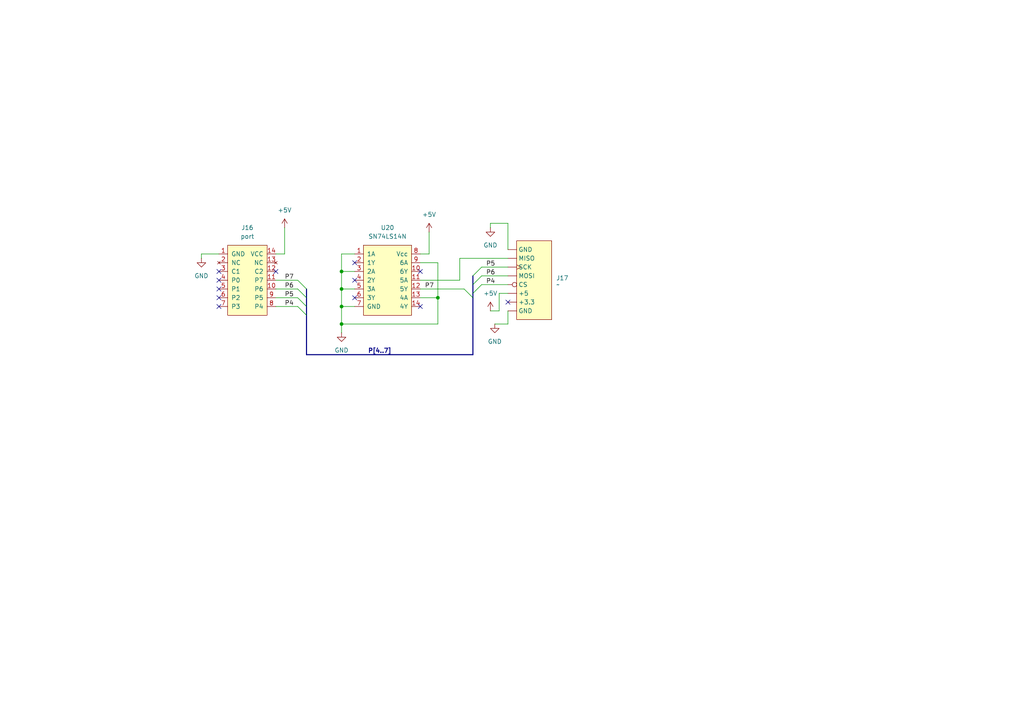
<source format=kicad_sch>
(kicad_sch (version 20250114) (generator "eeschema") (generator_version "9.0")
  (paper "A4")
  (title_block (title "SD card bit banging adapter"))
  (lib_symbols
    (symbol "6502:SDconnector"
      (property "Reference" "J" (at -0.508 13.462 0))
      (symbol "SDconnector_1_1"
        (rectangle (start -5.08 11.43) (end 5.08 -11.43) (fill (type background)))
        (pin power_in line (at -7.62 8.89 0) (length 2.54) (name "GND") (number ""))
        (pin output line (at -7.62 6.35 0) (length 2.54) (name "MISO") (number ""))
        (pin input clock (at -7.62 3.81 0) (length 2.54) (name "SCK") (number ""))
        (pin input line (at -7.62 1.27 0) (length 2.54) (name "MOSI") (number ""))
        (pin input inverted (at -7.62 -1.27 0) (length 2.54) (name "CS") (number ""))
        (pin power_in line (at -7.62 -3.81 0) (length 2.54) (name "+5") (number ""))
        (pin power_in line (at -7.62 -6.35 0) (length 2.54) (name "+3.3") (number ""))
        (pin power_in line (at -7.62 -8.89 0) (length 2.54) (name "GND") (number ""))
      )
    )
    (symbol "6502:SN74LS14N" (pin_names (offset 0.9906))
      (property "Reference" "U" (at -3.81 12.7 0))
      (property "Value" "SN74LS14N" (at 0 0 90))
      (symbol "SN74LS14N_0_1"
        (rectangle (start 6.35 -10.16) (end -7.62 10.16) (fill (type background)))
      )
      (symbol "SN74LS14N_1_1"
        (pin input line (at -10.16 7.62 0) (length 2.54) (name "1A") (number "1"))
        (pin output line (at -10.16 5.08 0) (length 2.54) (name "1Y") (number "2"))
        (pin input line (at -10.16 2.54 0) (length 2.54) (name "2A") (number "3"))
        (pin output line (at -10.16 0 0) (length 2.54) (name "2Y") (number "4"))
        (pin input line (at -10.16 -2.54 0) (length 2.54) (name "3A") (number "5"))
        (pin output line (at -10.16 -5.08 0) (length 2.54) (name "3Y") (number "6"))
        (pin power_in line (at -10.16 -7.62 0) (length 2.54) (name "GND") (number "7"))
        (pin power_in line (at 8.89 7.62 180) (length 2.54) (name "Vcc") (number "8"))
        (pin input line (at 8.89 5.08 180) (length 2.54) (name "6A") (number "9"))
        (pin output line (at 8.89 2.54 180) (length 2.54) (name "6Y") (number "10"))
        (pin input line (at 8.89 0 180) (length 2.54) (name "5A") (number "11"))
        (pin output line (at 8.89 -2.54 180) (length 2.54) (name "5Y") (number "12"))
        (pin input line (at 8.89 -5.08 180) (length 2.54) (name "4A") (number "13"))
        (pin output line (at 8.89 -7.62 180) (length 2.54) (name "4Y") (number "14"))
      )
    )
    (symbol "6502:port" (pin_names (offset 1.016))
      (property "Reference" "J" (at 1.27 11.43 0))
      (property "Value" "port" (at -3.81 11.43 0))
      (symbol "port_0_1"
        (rectangle (start -6.35 10.16) (end 5.08 -10.16) (fill (type background)))
      )
      (symbol "port_1_1"
        (pin power_in line (at -8.89 7.62 0) (length 2.54) (name "GND") (number "1"))
        (pin no_connect line (at -8.89 5.08 0) (length 2.54) (name "NC") (number "2"))
        (pin passive line (at -8.89 2.54 0) (length 2.54) (name "C1") (number "3"))
        (pin passive line (at -8.89 0 0) (length 2.54) (name "P0") (number "4"))
        (pin passive line (at -8.89 -2.54 0) (length 2.54) (name "P1") (number "5"))
        (pin passive line (at -8.89 -5.08 0) (length 2.54) (name "P2") (number "6"))
        (pin passive line (at -8.89 -7.62 0) (length 2.54) (name "P3") (number "7"))
        (pin power_in line (at 7.62 7.62 180) (length 2.54) (name "VCC") (number "14"))
        (pin no_connect line (at 7.62 5.08 180) (length 2.54) (name "NC") (number "13"))
        (pin passive line (at 7.62 2.54 180) (length 2.54) (name "C2") (number "12"))
        (pin passive line (at 7.62 0 180) (length 2.54) (name "P7") (number "11"))
        (pin passive line (at 7.62 -2.54 180) (length 2.54) (name "P6") (number "10"))
        (pin passive line (at 7.62 -5.08 180) (length 2.54) (name "P5") (number "9"))
        (pin passive line (at 7.62 -7.62 180) (length 2.54) (name "P4") (number "8"))
      )
    )
    (symbol "power:+5V" (power) (pin_numbers (hide yes)) (pin_names (offset 0) (hide yes))
      (property "Value" "+5V" (at 0 3.556 0))
      (symbol "+5V_0_1"
        (polyline (pts (xy -0.762 1.27) (xy 0 2.54)))
        (polyline (pts (xy 0 2.54) (xy 0.762 1.27)))
        (polyline (pts (xy 0 0) (xy 0 2.54)))
      )
      (symbol "+5V_1_1"
        (pin power_in line (at 0 0 90) (length 0) (name "~") (number "1"))
      )
    )
    (symbol "power:GND" (power) (pin_numbers (hide yes)) (pin_names (offset 0) (hide yes))
      (property "Value" "GND" (at 0 -3.81 0))
      (symbol "GND_0_1"
        (polyline (pts (xy 0 0) (xy 0 -1.27) (xy 1.27 -1.27) (xy 0 -2.54) (xy -1.27 -1.27) (xy 0 -1.27)))
      )
      (symbol "GND_1_1"
        (pin power_in line (at 0 0 270) (length 0) (name "~") (number "1"))
      )
    )
  )
  (junction (at 99.06 88.9))
  (junction (at 127 86.36))
  (junction (at 99.06 93.98))
  (junction (at 99.06 83.82))
  (junction (at 99.06 78.74))
  (no_connect (at 63.5 86.36))
  (no_connect (at 80.01 78.74))
  (no_connect (at 147.32 87.63))
  (no_connect (at 63.5 78.74))
  (no_connect (at 63.5 83.82))
  (no_connect (at 102.87 86.36))
  (no_connect (at 102.87 76.2))
  (no_connect (at 102.87 81.28))
  (no_connect (at 121.92 88.9))
  (no_connect (at 121.92 78.74))
  (no_connect (at 63.5 88.9))
  (no_connect (at 63.5 81.28))
  (bus_entry (at 137.16 80.01) (size 2.54 -2.54))
  (bus_entry (at 86.36 86.36) (size 2.54 2.54))
  (bus_entry (at 86.36 81.28) (size 2.54 2.54))
  (bus_entry (at 86.36 83.82) (size 2.54 2.54))
  (bus_entry (at 137.16 85.09) (size 2.54 -2.54))
  (bus_entry (at 86.36 88.9) (size 2.54 2.54))
  (bus_entry (at 137.16 82.55) (size 2.54 -2.54))
  (bus_entry (at 134.62 83.82) (size 2.54 2.54))
  (wire (pts (xy 99.06 88.9) (xy 99.06 93.98)))
  (wire (pts (xy 102.87 73.66) (xy 99.06 73.66)))
  (wire (pts (xy 133.35 81.28) (xy 133.35 74.93)))
  (wire (pts (xy 80.01 83.82) (xy 86.36 83.82)))
  (wire (pts (xy 124.46 73.66) (xy 124.46 67.31)))
  (wire (pts (xy 121.92 83.82) (xy 134.62 83.82)))
  (wire (pts (xy 99.06 78.74) (xy 102.87 78.74)))
  (wire (pts (xy 121.92 81.28) (xy 133.35 81.28)))
  (bus (pts (xy 88.9 102.87) (xy 137.16 102.87)))
  (wire (pts (xy 58.42 73.66) (xy 63.5 73.66)))
  (bus (pts (xy 137.16 85.09) (xy 137.16 86.36)))
  (wire (pts (xy 127 86.36) (xy 127 93.98)))
  (wire (pts (xy 142.24 64.77) (xy 142.24 66.04)))
  (bus (pts (xy 88.9 91.44) (xy 88.9 102.87)))
  (wire (pts (xy 139.7 77.47) (xy 147.32 77.47)))
  (bus (pts (xy 137.16 80.01) (xy 137.16 82.55)))
  (wire (pts (xy 80.01 86.36) (xy 86.36 86.36)))
  (bus (pts (xy 88.9 83.82) (xy 88.9 86.36)))
  (wire (pts (xy 99.06 83.82) (xy 102.87 83.82)))
  (wire (pts (xy 121.92 76.2) (xy 127 76.2)))
  (wire (pts (xy 80.01 81.28) (xy 86.36 81.28)))
  (wire (pts (xy 82.55 66.04) (xy 82.55 73.66)))
  (bus (pts (xy 137.16 86.36) (xy 137.16 102.87)))
  (wire (pts (xy 144.78 85.09) (xy 147.32 85.09)))
  (wire (pts (xy 142.24 90.17) (xy 144.78 90.17)))
  (wire (pts (xy 102.87 88.9) (xy 99.06 88.9)))
  (wire (pts (xy 133.35 74.93) (xy 147.32 74.93)))
  (wire (pts (xy 99.06 83.82) (xy 99.06 88.9)))
  (wire (pts (xy 147.32 93.98) (xy 143.51 93.98)))
  (bus (pts (xy 137.16 82.55) (xy 137.16 85.09)))
  (wire (pts (xy 99.06 93.98) (xy 99.06 96.52)))
  (wire (pts (xy 99.06 93.98) (xy 127 93.98)))
  (wire (pts (xy 127 76.2) (xy 127 86.36)))
  (wire (pts (xy 121.92 86.36) (xy 127 86.36)))
  (bus (pts (xy 88.9 86.36) (xy 88.9 88.9)))
  (wire (pts (xy 147.32 90.17) (xy 147.32 93.98)))
  (wire (pts (xy 144.78 90.17) (xy 144.78 85.09)))
  (wire (pts (xy 80.01 88.9) (xy 86.36 88.9)))
  (wire (pts (xy 99.06 73.66) (xy 99.06 78.74)))
  (wire (pts (xy 139.7 82.55) (xy 147.32 82.55)))
  (wire (pts (xy 139.7 80.01) (xy 147.32 80.01)))
  (wire (pts (xy 82.55 73.66) (xy 80.01 73.66)))
  (bus (pts (xy 88.9 88.9) (xy 88.9 91.44)))
  (wire (pts (xy 58.42 74.93) (xy 58.42 73.66)))
  (wire (pts (xy 147.32 72.39) (xy 147.32 64.77)))
  (wire (pts (xy 147.32 64.77) (xy 142.24 64.77)))
  (wire (pts (xy 121.92 73.66) (xy 124.46 73.66)))
  (wire (pts (xy 99.06 78.74) (xy 99.06 83.82)))
  (label "P7" (at 123.19 83.82 0))
  (label "P4" (at 82.55 88.9 0))
  (label "P5" (at 82.55 86.36 0))
  (label "P6" (at 140.97 80.01 0))
  (label "P7" (at 82.55 81.28 0))
  (label "P6" (at 82.55 83.82 0))
  (label "P5" (at 140.97 77.47 0))
  (label "P4" (at 140.97 82.55 0))
  (label "P[4..7]" (at 106.68 102.87 0) (effects (font (bold yes))))
  (symbol (lib_id "power:GND") (at 58.42 74.93 0) (unit 1)
    (property "Reference" "#PWR082" (effects (hide yes)))
    (property "Value" "GND" (at 58.42 80.01 0))
    (property "Description" "Power symbol creates a global label with name \"GND\" , ground" (effects (hide yes)))
  )
  (symbol (lib_id "6502:SN74LS14N") (at 113.03 81.28 0) (unit 1)
    (property "Reference" "U20" (at 112.395 66.04 0))
    (property "Value" "SN74LS14N" (at 112.395 68.58 0))
  )
  (symbol (lib_id "6502:port") (at 72.39 81.28 0) (unit 1)
    (property "Reference" "J16" (at 71.755 66.04 0))
    (property "Value" "port" (at 71.755 68.58 0))
  )
  (symbol (lib_id "power:+5V") (at 142.24 90.17 0) (unit 1)
    (property "Reference" "#PWR087" (effects (hide yes)))
    (property "Value" "+5V" (at 142.24 85.09 0))
    (property "Description" "Power symbol creates a global label with name \"+5V\"" (effects (hide yes)))
  )
  (symbol (lib_id "power:GND") (at 99.06 96.52 0) (unit 1)
    (property "Reference" "#PWR084" (effects (hide yes)))
    (property "Value" "GND" (at 99.06 101.6 0))
    (property "Description" "Power symbol creates a global label with name \"GND\" , ground" (effects (hide yes)))
  )
  (symbol (lib_id "6502:SDconnector") (at 154.94 81.28 0) (unit 1)
    (property "Reference" "J17" (at 161.29 80.6449 0) (effects (justify left)))
    (property "Value" "~" (at 161.29 82.55 0) (effects (justify left)))
  )
  (symbol (lib_id "power:+5V") (at 82.55 66.04 0) (unit 1)
    (property "Reference" "#PWR083" (effects (hide yes)))
    (property "Value" "+5V" (at 82.55 60.96 0))
    (property "Description" "Power symbol creates a global label with name \"+5V\"" (effects (hide yes)))
  )
  (symbol (lib_id "power:GND") (at 142.24 66.04 0) (unit 1)
    (property "Reference" "#PWR086" (effects (hide yes)))
    (property "Value" "GND" (at 142.24 71.12 0))
    (property "Description" "Power symbol creates a global label with name \"GND\" , ground" (effects (hide yes)))
  )
  (symbol (lib_id "power:+5V") (at 124.46 67.31 0) (unit 1)
    (property "Reference" "#PWR085" (effects (hide yes)))
    (property "Value" "+5V" (at 124.46 62.23 0))
    (property "Description" "Power symbol creates a global label with name \"+5V\"" (effects (hide yes)))
  )
  (symbol (lib_id "power:GND") (at 143.51 93.98 0) (unit 1)
    (property "Reference" "#PWR088" (effects (hide yes)))
    (property "Value" "GND" (at 143.51 99.06 0))
    (property "Description" "Power symbol creates a global label with name \"GND\" , ground" (effects (hide yes)))
  )
)
</source>
